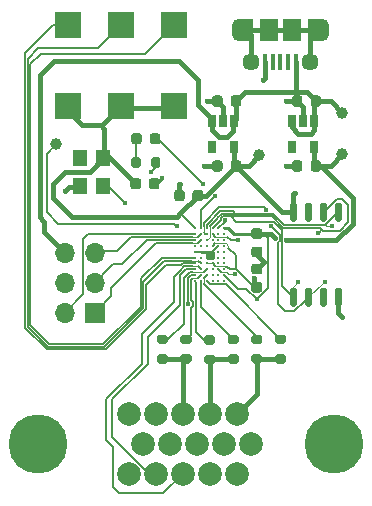
<source format=gbr>
G04 #@! TF.GenerationSoftware,KiCad,Pcbnew,5.1.10-88a1d61d58~88~ubuntu20.04.1*
G04 #@! TF.CreationDate,2021-08-11T17:00:08+02:00*
G04 #@! TF.ProjectId,carrier,63617272-6965-4722-9e6b-696361645f70,0.1*
G04 #@! TF.SameCoordinates,Original*
G04 #@! TF.FileFunction,Copper,L1,Top*
G04 #@! TF.FilePolarity,Positive*
%FSLAX46Y46*%
G04 Gerber Fmt 4.6, Leading zero omitted, Abs format (unit mm)*
G04 Created by KiCad (PCBNEW 5.1.10-88a1d61d58~88~ubuntu20.04.1) date 2021-08-11 17:00:08*
%MOMM*%
%LPD*%
G01*
G04 APERTURE LIST*
G04 #@! TA.AperFunction,ComponentPad*
%ADD10R,1.700000X1.700000*%
G04 #@! TD*
G04 #@! TA.AperFunction,ComponentPad*
%ADD11O,1.700000X1.700000*%
G04 #@! TD*
G04 #@! TA.AperFunction,ComponentPad*
%ADD12C,2.000000*%
G04 #@! TD*
G04 #@! TA.AperFunction,ComponentPad*
%ADD13C,5.000000*%
G04 #@! TD*
G04 #@! TA.AperFunction,SMDPad,CuDef*
%ADD14C,0.270000*%
G04 #@! TD*
G04 #@! TA.AperFunction,SMDPad,CuDef*
%ADD15R,0.650000X1.060000*%
G04 #@! TD*
G04 #@! TA.AperFunction,SMDPad,CuDef*
%ADD16R,1.500000X1.900000*%
G04 #@! TD*
G04 #@! TA.AperFunction,ComponentPad*
%ADD17C,1.450000*%
G04 #@! TD*
G04 #@! TA.AperFunction,SMDPad,CuDef*
%ADD18R,0.400000X1.350000*%
G04 #@! TD*
G04 #@! TA.AperFunction,ComponentPad*
%ADD19O,1.200000X1.900000*%
G04 #@! TD*
G04 #@! TA.AperFunction,SMDPad,CuDef*
%ADD20R,1.200000X1.900000*%
G04 #@! TD*
G04 #@! TA.AperFunction,SMDPad,CuDef*
%ADD21R,2.200000X2.200000*%
G04 #@! TD*
G04 #@! TA.AperFunction,SMDPad,CuDef*
%ADD22R,1.200000X1.400000*%
G04 #@! TD*
G04 #@! TA.AperFunction,SMDPad,CuDef*
%ADD23C,1.000000*%
G04 #@! TD*
G04 #@! TA.AperFunction,ViaPad*
%ADD24C,0.450000*%
G04 #@! TD*
G04 #@! TA.AperFunction,Conductor*
%ADD25C,0.280000*%
G04 #@! TD*
G04 #@! TA.AperFunction,Conductor*
%ADD26C,0.450000*%
G04 #@! TD*
G04 #@! TA.AperFunction,Conductor*
%ADD27C,0.127000*%
G04 #@! TD*
G04 #@! TA.AperFunction,Conductor*
%ADD28C,0.101600*%
G04 #@! TD*
G04 #@! TA.AperFunction,Conductor*
%ADD29C,0.076200*%
G04 #@! TD*
G04 APERTURE END LIST*
D10*
G04 #@! TO.P,J1,1*
G04 #@! TO.N,mprj_io[3]*
X42010000Y-85920000D03*
D11*
G04 #@! TO.P,J1,2*
G04 #@! TO.N,mprj_io[2]*
X39470000Y-85920000D03*
G04 #@! TO.P,J1,3*
G04 #@! TO.N,mprj_io[4]*
X42010000Y-83380000D03*
G04 #@! TO.P,J1,4*
G04 #@! TO.N,GND*
X39470000Y-83380000D03*
G04 #@! TO.P,J1,5*
G04 #@! TO.N,mprj_io[1]*
X42010000Y-80840000D03*
G04 #@! TO.P,J1,6*
G04 #@! TO.N,+5V*
X39470000Y-80840000D03*
G04 #@! TD*
D12*
G04 #@! TO.P,J2,7*
G04 #@! TO.N,GND*
X52911000Y-97000000D03*
G04 #@! TO.P,J2,8*
X50625000Y-97000000D03*
G04 #@! TO.P,J2,6*
X55197000Y-97000000D03*
G04 #@! TO.P,J2,9*
G04 #@! TO.N,Net-(J2-Pad9)*
X48339000Y-97000000D03*
G04 #@! TO.P,J2,10*
G04 #@! TO.N,GND*
X46053000Y-97000000D03*
G04 #@! TO.P,J2,3*
G04 #@! TO.N,/blue*
X49480000Y-94460000D03*
G04 #@! TO.P,J2,5*
G04 #@! TO.N,GND*
X44908000Y-94460000D03*
G04 #@! TO.P,J2,1*
G04 #@! TO.N,/red*
X54052000Y-94460000D03*
G04 #@! TO.P,J2,4*
G04 #@! TO.N,Net-(J2-Pad4)*
X47194000Y-94460000D03*
G04 #@! TO.P,J2,2*
G04 #@! TO.N,/green*
X51766000Y-94460000D03*
G04 #@! TO.P,J2,15*
G04 #@! TO.N,Net-(J2-Pad15)*
X44908000Y-99540000D03*
G04 #@! TO.P,J2,14*
G04 #@! TO.N,mprj_io[12]*
X47194000Y-99540000D03*
G04 #@! TO.P,J2,13*
G04 #@! TO.N,mprj_io[11]*
X49480000Y-99540000D03*
G04 #@! TO.P,J2,12*
G04 #@! TO.N,Net-(J2-Pad12)*
X51766000Y-99540000D03*
G04 #@! TO.P,J2,11*
G04 #@! TO.N,Net-(J2-Pad11)*
X54052000Y-99540000D03*
D13*
G04 #@! TO.P,J2,*
G04 #@! TO.N,*
X37235000Y-97000000D03*
X62225000Y-97000000D03*
G04 #@! TD*
D14*
G04 #@! TO.P,ASIC1,F10*
G04 #@! TO.N,vdda*
X50480000Y-78750000D03*
G04 #@! TO.P,ASIC1,E10*
G04 #@! TO.N,gpio*
X50980000Y-78750000D03*
G04 #@! TO.P,ASIC1,D10*
G04 #@! TO.N,flash_io0*
X51480000Y-78750000D03*
G04 #@! TO.P,ASIC1,C10*
G04 #@! TO.N,flash_csb*
X51980000Y-78750000D03*
G04 #@! TO.P,ASIC1,B10*
G04 #@! TO.N,resetb*
X52480000Y-78750000D03*
G04 #@! TO.P,ASIC1,A10*
G04 #@! TO.N,vccd*
X52980000Y-78750000D03*
G04 #@! TO.P,ASIC1,F9*
G04 #@! TO.N,mprj_io[2]*
X50480000Y-79250000D03*
G04 #@! TO.P,ASIC1,E9*
G04 #@! TO.N,mprj_io[1]*
X50980000Y-79250000D03*
G04 #@! TO.P,ASIC1,D9*
G04 #@! TO.N,flash_io1*
X51480000Y-79250000D03*
G04 #@! TO.P,ASIC1,C9*
G04 #@! TO.N,clock*
X51980000Y-79250000D03*
G04 #@! TO.P,ASIC1,B9*
G04 #@! TO.N,Net-(U1-PadB9)*
X52480000Y-79250000D03*
G04 #@! TO.P,ASIC1,A9*
G04 #@! TO.N,Net-(U1-PadA9)*
X52980000Y-79250000D03*
G04 #@! TO.P,ASIC1,F8*
G04 #@! TO.N,mprj_io[4]*
X50480000Y-79750000D03*
G04 #@! TO.P,ASIC1,E8*
G04 #@! TO.N,mprj_io[3]*
X50980000Y-79750000D03*
G04 #@! TO.P,ASIC1,D8*
G04 #@! TO.N,flash_clk*
X51480000Y-79750000D03*
G04 #@! TO.P,ASIC1,C8*
G04 #@! TO.N,Net-(U1-PadC8)*
X51980000Y-79750000D03*
G04 #@! TO.P,ASIC1,B8*
G04 #@! TO.N,Net-(U1-PadB8)*
X52480000Y-79750000D03*
G04 #@! TO.P,ASIC1,A8*
G04 #@! TO.N,Net-(U1-PadA8)*
X52980000Y-79750000D03*
G04 #@! TO.P,ASIC1,F7*
G04 #@! TO.N,Net-(U1-PadF7)*
X50480000Y-80250000D03*
G04 #@! TO.P,ASIC1,E7*
G04 #@! TO.N,Net-(U1-PadE7)*
X50980000Y-80250000D03*
G04 #@! TO.P,ASIC1,D7*
G04 #@! TO.N,Net-(U1-PadD7)*
X51480000Y-80250000D03*
G04 #@! TO.P,ASIC1,C7*
G04 #@! TO.N,vdda*
X51980000Y-80250000D03*
G04 #@! TO.P,ASIC1,B7*
G04 #@! TO.N,GND*
X52480000Y-80250000D03*
G04 #@! TO.P,ASIC1,A7*
G04 #@! TO.N,Net-(U1-PadA7)*
X52980000Y-80250000D03*
G04 #@! TO.P,ASIC1,F6*
G04 #@! TO.N,GND*
X50480000Y-80750000D03*
G04 #@! TO.P,ASIC1,E6*
X50980000Y-80750000D03*
G04 #@! TO.P,ASIC1,D6*
X51480000Y-80750000D03*
G04 #@! TO.P,ASIC1,C6*
X51980000Y-80750000D03*
G04 #@! TO.P,ASIC1,B6*
G04 #@! TO.N,Net-(U1-PadB6)*
X52480000Y-80750000D03*
G04 #@! TO.P,ASIC1,A6*
G04 #@! TO.N,Net-(U1-PadA6)*
X52980000Y-80750000D03*
G04 #@! TO.P,ASIC1,F5*
G04 #@! TO.N,mprj_io[8]*
X50480000Y-81250000D03*
G04 #@! TO.P,ASIC1,E5*
G04 #@! TO.N,Net-(U1-PadE5)*
X50980000Y-81250000D03*
G04 #@! TO.P,ASIC1,D5*
G04 #@! TO.N,GND*
X51480000Y-81250000D03*
G04 #@! TO.P,ASIC1,C5*
X51980000Y-81250000D03*
G04 #@! TO.P,ASIC1,B5*
G04 #@! TO.N,Net-(U1-PadB5)*
X52480000Y-81250000D03*
G04 #@! TO.P,ASIC1,A5*
G04 #@! TO.N,Net-(U1-PadA5)*
X52980000Y-81250000D03*
G04 #@! TO.P,ASIC1,F4*
G04 #@! TO.N,mprj_io[10]*
X50480000Y-81750000D03*
G04 #@! TO.P,ASIC1,E4*
G04 #@! TO.N,mprj_io[9]*
X50980000Y-81750000D03*
G04 #@! TO.P,ASIC1,D4*
G04 #@! TO.N,vdda*
X51480000Y-81750000D03*
G04 #@! TO.P,ASIC1,C4*
X51980000Y-81750000D03*
G04 #@! TO.P,ASIC1,B4*
G04 #@! TO.N,Net-(U1-PadB4)*
X52480000Y-81750000D03*
G04 #@! TO.P,ASIC1,A4*
G04 #@! TO.N,Net-(U1-PadA4)*
X52980000Y-81750000D03*
G04 #@! TO.P,ASIC1,F3*
G04 #@! TO.N,mprj_io[12]*
X50480000Y-82250000D03*
G04 #@! TO.P,ASIC1,E3*
G04 #@! TO.N,mprj_io[11]*
X50980000Y-82250000D03*
G04 #@! TO.P,ASIC1,D3*
G04 #@! TO.N,mprj_io[13]*
X51480000Y-82250000D03*
G04 #@! TO.P,ASIC1,C3*
G04 #@! TO.N,Net-(U1-PadC3)*
X51980000Y-82250000D03*
G04 #@! TO.P,ASIC1,B3*
G04 #@! TO.N,GND*
X52480000Y-82250000D03*
G04 #@! TO.P,ASIC1,A3*
G04 #@! TO.N,Net-(U1-PadA3)*
X52980000Y-82250000D03*
G04 #@! TO.P,ASIC1,F2*
G04 #@! TO.N,vccd*
X50480000Y-82750000D03*
G04 #@! TO.P,ASIC1,E2*
G04 #@! TO.N,mprj_io[14]*
X50980000Y-82750000D03*
G04 #@! TO.P,ASIC1,D2*
G04 #@! TO.N,mprj_io[17]*
X51480000Y-82750000D03*
G04 #@! TO.P,ASIC1,C2*
G04 #@! TO.N,Net-(U1-PadC2)*
X51980000Y-82750000D03*
G04 #@! TO.P,ASIC1,B2*
G04 #@! TO.N,Net-(U1-PadB2)*
X52480000Y-82750000D03*
G04 #@! TO.P,ASIC1,A2*
G04 #@! TO.N,vccd*
X52980000Y-82750000D03*
G04 #@! TO.P,ASIC1,F1*
G04 #@! TO.N,mprj_io[15]*
X50480000Y-83250000D03*
G04 #@! TO.P,ASIC1,E1*
G04 #@! TO.N,mprj_io[16]*
X50980000Y-83250000D03*
G04 #@! TO.P,ASIC1,D1*
G04 #@! TO.N,mprj_io[18]*
X51480000Y-83250000D03*
G04 #@! TO.P,ASIC1,C1*
G04 #@! TO.N,Net-(U1-PadC1)*
X51980000Y-83250000D03*
G04 #@! TO.P,ASIC1,B1*
G04 #@! TO.N,Net-(U1-PadB1)*
X52480000Y-83250000D03*
G04 #@! TO.P,ASIC1,A1*
G04 #@! TO.N,Net-(U1-PadA1)*
X52980000Y-83250000D03*
G04 #@! TD*
G04 #@! TO.P,U2,8*
G04 #@! TO.N,vdda*
G04 #@! TA.AperFunction,SMDPad,CuDef*
G36*
G01*
X58975000Y-78200000D02*
X58675000Y-78200000D01*
G75*
G02*
X58525000Y-78050000I0J150000D01*
G01*
X58525000Y-76750000D01*
G75*
G02*
X58675000Y-76600000I150000J0D01*
G01*
X58975000Y-76600000D01*
G75*
G02*
X59125000Y-76750000I0J-150000D01*
G01*
X59125000Y-78050000D01*
G75*
G02*
X58975000Y-78200000I-150000J0D01*
G01*
G37*
G04 #@! TD.AperFunction*
G04 #@! TO.P,U2,7*
G04 #@! TO.N,Net-(U2-Pad7)*
G04 #@! TA.AperFunction,SMDPad,CuDef*
G36*
G01*
X60245000Y-78200000D02*
X59945000Y-78200000D01*
G75*
G02*
X59795000Y-78050000I0J150000D01*
G01*
X59795000Y-76750000D01*
G75*
G02*
X59945000Y-76600000I150000J0D01*
G01*
X60245000Y-76600000D01*
G75*
G02*
X60395000Y-76750000I0J-150000D01*
G01*
X60395000Y-78050000D01*
G75*
G02*
X60245000Y-78200000I-150000J0D01*
G01*
G37*
G04 #@! TD.AperFunction*
G04 #@! TO.P,U2,6*
G04 #@! TO.N,flash_clk*
G04 #@! TA.AperFunction,SMDPad,CuDef*
G36*
G01*
X61515000Y-78200000D02*
X61215000Y-78200000D01*
G75*
G02*
X61065000Y-78050000I0J150000D01*
G01*
X61065000Y-76750000D01*
G75*
G02*
X61215000Y-76600000I150000J0D01*
G01*
X61515000Y-76600000D01*
G75*
G02*
X61665000Y-76750000I0J-150000D01*
G01*
X61665000Y-78050000D01*
G75*
G02*
X61515000Y-78200000I-150000J0D01*
G01*
G37*
G04 #@! TD.AperFunction*
G04 #@! TO.P,U2,5*
G04 #@! TO.N,flash_io0*
G04 #@! TA.AperFunction,SMDPad,CuDef*
G36*
G01*
X62785000Y-78200000D02*
X62485000Y-78200000D01*
G75*
G02*
X62335000Y-78050000I0J150000D01*
G01*
X62335000Y-76750000D01*
G75*
G02*
X62485000Y-76600000I150000J0D01*
G01*
X62785000Y-76600000D01*
G75*
G02*
X62935000Y-76750000I0J-150000D01*
G01*
X62935000Y-78050000D01*
G75*
G02*
X62785000Y-78200000I-150000J0D01*
G01*
G37*
G04 #@! TD.AperFunction*
G04 #@! TO.P,U2,4*
G04 #@! TO.N,GND*
G04 #@! TA.AperFunction,SMDPad,CuDef*
G36*
G01*
X62785000Y-85400000D02*
X62485000Y-85400000D01*
G75*
G02*
X62335000Y-85250000I0J150000D01*
G01*
X62335000Y-83950000D01*
G75*
G02*
X62485000Y-83800000I150000J0D01*
G01*
X62785000Y-83800000D01*
G75*
G02*
X62935000Y-83950000I0J-150000D01*
G01*
X62935000Y-85250000D01*
G75*
G02*
X62785000Y-85400000I-150000J0D01*
G01*
G37*
G04 #@! TD.AperFunction*
G04 #@! TO.P,U2,3*
G04 #@! TO.N,Net-(U2-Pad3)*
G04 #@! TA.AperFunction,SMDPad,CuDef*
G36*
G01*
X61515000Y-85400000D02*
X61215000Y-85400000D01*
G75*
G02*
X61065000Y-85250000I0J150000D01*
G01*
X61065000Y-83950000D01*
G75*
G02*
X61215000Y-83800000I150000J0D01*
G01*
X61515000Y-83800000D01*
G75*
G02*
X61665000Y-83950000I0J-150000D01*
G01*
X61665000Y-85250000D01*
G75*
G02*
X61515000Y-85400000I-150000J0D01*
G01*
G37*
G04 #@! TD.AperFunction*
G04 #@! TO.P,U2,2*
G04 #@! TO.N,flash_io1*
G04 #@! TA.AperFunction,SMDPad,CuDef*
G36*
G01*
X60245000Y-85400000D02*
X59945000Y-85400000D01*
G75*
G02*
X59795000Y-85250000I0J150000D01*
G01*
X59795000Y-83950000D01*
G75*
G02*
X59945000Y-83800000I150000J0D01*
G01*
X60245000Y-83800000D01*
G75*
G02*
X60395000Y-83950000I0J-150000D01*
G01*
X60395000Y-85250000D01*
G75*
G02*
X60245000Y-85400000I-150000J0D01*
G01*
G37*
G04 #@! TD.AperFunction*
G04 #@! TO.P,U2,1*
G04 #@! TO.N,flash_csb*
G04 #@! TA.AperFunction,SMDPad,CuDef*
G36*
G01*
X58975000Y-85400000D02*
X58675000Y-85400000D01*
G75*
G02*
X58525000Y-85250000I0J150000D01*
G01*
X58525000Y-83950000D01*
G75*
G02*
X58675000Y-83800000I150000J0D01*
G01*
X58975000Y-83800000D01*
G75*
G02*
X59125000Y-83950000I0J-150000D01*
G01*
X59125000Y-85250000D01*
G75*
G02*
X58975000Y-85400000I-150000J0D01*
G01*
G37*
G04 #@! TD.AperFunction*
G04 #@! TD*
D15*
G04 #@! TO.P,U6,5*
G04 #@! TO.N,vdda*
X53830000Y-71850000D03*
G04 #@! TO.P,U6,4*
G04 #@! TO.N,Net-(U6-Pad4)*
X51930000Y-71850000D03*
G04 #@! TO.P,U6,3*
G04 #@! TO.N,+5V*
X51930000Y-69650000D03*
G04 #@! TO.P,U6,2*
G04 #@! TO.N,GND*
X52880000Y-69650000D03*
G04 #@! TO.P,U6,1*
G04 #@! TO.N,+5V*
X53830000Y-69650000D03*
G04 #@! TD*
G04 #@! TO.P,U5,5*
G04 #@! TO.N,vccd*
X60580000Y-71850000D03*
G04 #@! TO.P,U5,4*
G04 #@! TO.N,Net-(U5-Pad4)*
X58680000Y-71850000D03*
G04 #@! TO.P,U5,3*
G04 #@! TO.N,+5V*
X58680000Y-69650000D03*
G04 #@! TO.P,U5,2*
G04 #@! TO.N,GND*
X59630000Y-69650000D03*
G04 #@! TO.P,U5,1*
G04 #@! TO.N,+5V*
X60580000Y-69650000D03*
G04 #@! TD*
G04 #@! TO.P,C7,2*
G04 #@! TO.N,GND*
G04 #@! TA.AperFunction,SMDPad,CuDef*
G36*
G01*
X52830000Y-73243750D02*
X52830000Y-73756250D01*
G75*
G02*
X52611250Y-73975000I-218750J0D01*
G01*
X52173750Y-73975000D01*
G75*
G02*
X51955000Y-73756250I0J218750D01*
G01*
X51955000Y-73243750D01*
G75*
G02*
X52173750Y-73025000I218750J0D01*
G01*
X52611250Y-73025000D01*
G75*
G02*
X52830000Y-73243750I0J-218750D01*
G01*
G37*
G04 #@! TD.AperFunction*
G04 #@! TO.P,C7,1*
G04 #@! TO.N,vdda*
G04 #@! TA.AperFunction,SMDPad,CuDef*
G36*
G01*
X54405000Y-73243750D02*
X54405000Y-73756250D01*
G75*
G02*
X54186250Y-73975000I-218750J0D01*
G01*
X53748750Y-73975000D01*
G75*
G02*
X53530000Y-73756250I0J218750D01*
G01*
X53530000Y-73243750D01*
G75*
G02*
X53748750Y-73025000I218750J0D01*
G01*
X54186250Y-73025000D01*
G75*
G02*
X54405000Y-73243750I0J-218750D01*
G01*
G37*
G04 #@! TD.AperFunction*
G04 #@! TD*
G04 #@! TO.P,C5,2*
G04 #@! TO.N,GND*
G04 #@! TA.AperFunction,SMDPad,CuDef*
G36*
G01*
X52830000Y-67743750D02*
X52830000Y-68256250D01*
G75*
G02*
X52611250Y-68475000I-218750J0D01*
G01*
X52173750Y-68475000D01*
G75*
G02*
X51955000Y-68256250I0J218750D01*
G01*
X51955000Y-67743750D01*
G75*
G02*
X52173750Y-67525000I218750J0D01*
G01*
X52611250Y-67525000D01*
G75*
G02*
X52830000Y-67743750I0J-218750D01*
G01*
G37*
G04 #@! TD.AperFunction*
G04 #@! TO.P,C5,1*
G04 #@! TO.N,+5V*
G04 #@! TA.AperFunction,SMDPad,CuDef*
G36*
G01*
X54405000Y-67743750D02*
X54405000Y-68256250D01*
G75*
G02*
X54186250Y-68475000I-218750J0D01*
G01*
X53748750Y-68475000D01*
G75*
G02*
X53530000Y-68256250I0J218750D01*
G01*
X53530000Y-67743750D01*
G75*
G02*
X53748750Y-67525000I218750J0D01*
G01*
X54186250Y-67525000D01*
G75*
G02*
X54405000Y-67743750I0J-218750D01*
G01*
G37*
G04 #@! TD.AperFunction*
G04 #@! TD*
G04 #@! TO.P,C3,2*
G04 #@! TO.N,GND*
G04 #@! TA.AperFunction,SMDPad,CuDef*
G36*
G01*
X59580000Y-73243750D02*
X59580000Y-73756250D01*
G75*
G02*
X59361250Y-73975000I-218750J0D01*
G01*
X58923750Y-73975000D01*
G75*
G02*
X58705000Y-73756250I0J218750D01*
G01*
X58705000Y-73243750D01*
G75*
G02*
X58923750Y-73025000I218750J0D01*
G01*
X59361250Y-73025000D01*
G75*
G02*
X59580000Y-73243750I0J-218750D01*
G01*
G37*
G04 #@! TD.AperFunction*
G04 #@! TO.P,C3,1*
G04 #@! TO.N,vccd*
G04 #@! TA.AperFunction,SMDPad,CuDef*
G36*
G01*
X61155000Y-73243750D02*
X61155000Y-73756250D01*
G75*
G02*
X60936250Y-73975000I-218750J0D01*
G01*
X60498750Y-73975000D01*
G75*
G02*
X60280000Y-73756250I0J218750D01*
G01*
X60280000Y-73243750D01*
G75*
G02*
X60498750Y-73025000I218750J0D01*
G01*
X60936250Y-73025000D01*
G75*
G02*
X61155000Y-73243750I0J-218750D01*
G01*
G37*
G04 #@! TD.AperFunction*
G04 #@! TD*
G04 #@! TO.P,C1,2*
G04 #@! TO.N,GND*
G04 #@! TA.AperFunction,SMDPad,CuDef*
G36*
G01*
X59580000Y-67743750D02*
X59580000Y-68256250D01*
G75*
G02*
X59361250Y-68475000I-218750J0D01*
G01*
X58923750Y-68475000D01*
G75*
G02*
X58705000Y-68256250I0J218750D01*
G01*
X58705000Y-67743750D01*
G75*
G02*
X58923750Y-67525000I218750J0D01*
G01*
X59361250Y-67525000D01*
G75*
G02*
X59580000Y-67743750I0J-218750D01*
G01*
G37*
G04 #@! TD.AperFunction*
G04 #@! TO.P,C1,1*
G04 #@! TO.N,+5V*
G04 #@! TA.AperFunction,SMDPad,CuDef*
G36*
G01*
X61155000Y-67743750D02*
X61155000Y-68256250D01*
G75*
G02*
X60936250Y-68475000I-218750J0D01*
G01*
X60498750Y-68475000D01*
G75*
G02*
X60280000Y-68256250I0J218750D01*
G01*
X60280000Y-67743750D01*
G75*
G02*
X60498750Y-67525000I218750J0D01*
G01*
X60936250Y-67525000D01*
G75*
G02*
X61155000Y-67743750I0J-218750D01*
G01*
G37*
G04 #@! TD.AperFunction*
G04 #@! TD*
G04 #@! TO.P,C9,2*
G04 #@! TO.N,GND*
G04 #@! TA.AperFunction,SMDPad,CuDef*
G36*
G01*
X55980000Y-82675000D02*
X55480000Y-82675000D01*
G75*
G02*
X55255000Y-82450000I0J225000D01*
G01*
X55255000Y-82000000D01*
G75*
G02*
X55480000Y-81775000I225000J0D01*
G01*
X55980000Y-81775000D01*
G75*
G02*
X56205000Y-82000000I0J-225000D01*
G01*
X56205000Y-82450000D01*
G75*
G02*
X55980000Y-82675000I-225000J0D01*
G01*
G37*
G04 #@! TD.AperFunction*
G04 #@! TO.P,C9,1*
G04 #@! TO.N,vdda*
G04 #@! TA.AperFunction,SMDPad,CuDef*
G36*
G01*
X55980000Y-84225000D02*
X55480000Y-84225000D01*
G75*
G02*
X55255000Y-84000000I0J225000D01*
G01*
X55255000Y-83550000D01*
G75*
G02*
X55480000Y-83325000I225000J0D01*
G01*
X55980000Y-83325000D01*
G75*
G02*
X56205000Y-83550000I0J-225000D01*
G01*
X56205000Y-84000000D01*
G75*
G02*
X55980000Y-84225000I-225000J0D01*
G01*
G37*
G04 #@! TD.AperFunction*
G04 #@! TD*
G04 #@! TO.P,C10,1*
G04 #@! TO.N,vdda*
G04 #@! TA.AperFunction,SMDPad,CuDef*
G36*
G01*
X51180000Y-75750000D02*
X51180000Y-76250000D01*
G75*
G02*
X50955000Y-76475000I-225000J0D01*
G01*
X50505000Y-76475000D01*
G75*
G02*
X50280000Y-76250000I0J225000D01*
G01*
X50280000Y-75750000D01*
G75*
G02*
X50505000Y-75525000I225000J0D01*
G01*
X50955000Y-75525000D01*
G75*
G02*
X51180000Y-75750000I0J-225000D01*
G01*
G37*
G04 #@! TD.AperFunction*
G04 #@! TO.P,C10,2*
G04 #@! TO.N,GND*
G04 #@! TA.AperFunction,SMDPad,CuDef*
G36*
G01*
X49630000Y-75750000D02*
X49630000Y-76250000D01*
G75*
G02*
X49405000Y-76475000I-225000J0D01*
G01*
X48955000Y-76475000D01*
G75*
G02*
X48730000Y-76250000I0J225000D01*
G01*
X48730000Y-75750000D01*
G75*
G02*
X48955000Y-75525000I225000J0D01*
G01*
X49405000Y-75525000D01*
G75*
G02*
X49630000Y-75750000I0J-225000D01*
G01*
G37*
G04 #@! TD.AperFunction*
G04 #@! TD*
G04 #@! TO.P,C11,2*
G04 #@! TO.N,GND*
G04 #@! TA.AperFunction,SMDPad,CuDef*
G36*
G01*
X55480000Y-80325000D02*
X55980000Y-80325000D01*
G75*
G02*
X56205000Y-80550000I0J-225000D01*
G01*
X56205000Y-81000000D01*
G75*
G02*
X55980000Y-81225000I-225000J0D01*
G01*
X55480000Y-81225000D01*
G75*
G02*
X55255000Y-81000000I0J225000D01*
G01*
X55255000Y-80550000D01*
G75*
G02*
X55480000Y-80325000I225000J0D01*
G01*
G37*
G04 #@! TD.AperFunction*
G04 #@! TO.P,C11,1*
G04 #@! TO.N,vccd*
G04 #@! TA.AperFunction,SMDPad,CuDef*
G36*
G01*
X55480000Y-78775000D02*
X55980000Y-78775000D01*
G75*
G02*
X56205000Y-79000000I0J-225000D01*
G01*
X56205000Y-79450000D01*
G75*
G02*
X55980000Y-79675000I-225000J0D01*
G01*
X55480000Y-79675000D01*
G75*
G02*
X55255000Y-79450000I0J225000D01*
G01*
X55255000Y-79000000D01*
G75*
G02*
X55480000Y-78775000I225000J0D01*
G01*
G37*
G04 #@! TD.AperFunction*
G04 #@! TD*
G04 #@! TO.P,C16,1*
G04 #@! TO.N,vdda*
G04 #@! TA.AperFunction,SMDPad,CuDef*
G36*
G01*
X45030000Y-75250000D02*
X45030000Y-74750000D01*
G75*
G02*
X45255000Y-74525000I225000J0D01*
G01*
X45705000Y-74525000D01*
G75*
G02*
X45930000Y-74750000I0J-225000D01*
G01*
X45930000Y-75250000D01*
G75*
G02*
X45705000Y-75475000I-225000J0D01*
G01*
X45255000Y-75475000D01*
G75*
G02*
X45030000Y-75250000I0J225000D01*
G01*
G37*
G04 #@! TD.AperFunction*
G04 #@! TO.P,C16,2*
G04 #@! TO.N,GND*
G04 #@! TA.AperFunction,SMDPad,CuDef*
G36*
G01*
X46580000Y-75250000D02*
X46580000Y-74750000D01*
G75*
G02*
X46805000Y-74525000I225000J0D01*
G01*
X47255000Y-74525000D01*
G75*
G02*
X47480000Y-74750000I0J-225000D01*
G01*
X47480000Y-75250000D01*
G75*
G02*
X47255000Y-75475000I-225000J0D01*
G01*
X46805000Y-75475000D01*
G75*
G02*
X46580000Y-75250000I0J225000D01*
G01*
G37*
G04 #@! TD.AperFunction*
G04 #@! TD*
G04 #@! TO.P,R1,2*
G04 #@! TO.N,mprj_io[18]*
G04 #@! TA.AperFunction,SMDPad,CuDef*
G36*
G01*
X58005000Y-88575000D02*
X57455000Y-88575000D01*
G75*
G02*
X57255000Y-88375000I0J200000D01*
G01*
X57255000Y-87975000D01*
G75*
G02*
X57455000Y-87775000I200000J0D01*
G01*
X58005000Y-87775000D01*
G75*
G02*
X58205000Y-87975000I0J-200000D01*
G01*
X58205000Y-88375000D01*
G75*
G02*
X58005000Y-88575000I-200000J0D01*
G01*
G37*
G04 #@! TD.AperFunction*
G04 #@! TO.P,R1,1*
G04 #@! TO.N,/red*
G04 #@! TA.AperFunction,SMDPad,CuDef*
G36*
G01*
X58005000Y-90225000D02*
X57455000Y-90225000D01*
G75*
G02*
X57255000Y-90025000I0J200000D01*
G01*
X57255000Y-89625000D01*
G75*
G02*
X57455000Y-89425000I200000J0D01*
G01*
X58005000Y-89425000D01*
G75*
G02*
X58205000Y-89625000I0J-200000D01*
G01*
X58205000Y-90025000D01*
G75*
G02*
X58005000Y-90225000I-200000J0D01*
G01*
G37*
G04 #@! TD.AperFunction*
G04 #@! TD*
G04 #@! TO.P,R2,1*
G04 #@! TO.N,/red*
G04 #@! TA.AperFunction,SMDPad,CuDef*
G36*
G01*
X56005000Y-90225000D02*
X55455000Y-90225000D01*
G75*
G02*
X55255000Y-90025000I0J200000D01*
G01*
X55255000Y-89625000D01*
G75*
G02*
X55455000Y-89425000I200000J0D01*
G01*
X56005000Y-89425000D01*
G75*
G02*
X56205000Y-89625000I0J-200000D01*
G01*
X56205000Y-90025000D01*
G75*
G02*
X56005000Y-90225000I-200000J0D01*
G01*
G37*
G04 #@! TD.AperFunction*
G04 #@! TO.P,R2,2*
G04 #@! TO.N,mprj_io[17]*
G04 #@! TA.AperFunction,SMDPad,CuDef*
G36*
G01*
X56005000Y-88575000D02*
X55455000Y-88575000D01*
G75*
G02*
X55255000Y-88375000I0J200000D01*
G01*
X55255000Y-87975000D01*
G75*
G02*
X55455000Y-87775000I200000J0D01*
G01*
X56005000Y-87775000D01*
G75*
G02*
X56205000Y-87975000I0J-200000D01*
G01*
X56205000Y-88375000D01*
G75*
G02*
X56005000Y-88575000I-200000J0D01*
G01*
G37*
G04 #@! TD.AperFunction*
G04 #@! TD*
G04 #@! TO.P,R3,2*
G04 #@! TO.N,mprj_io[16]*
G04 #@! TA.AperFunction,SMDPad,CuDef*
G36*
G01*
X54005000Y-88575000D02*
X53455000Y-88575000D01*
G75*
G02*
X53255000Y-88375000I0J200000D01*
G01*
X53255000Y-87975000D01*
G75*
G02*
X53455000Y-87775000I200000J0D01*
G01*
X54005000Y-87775000D01*
G75*
G02*
X54205000Y-87975000I0J-200000D01*
G01*
X54205000Y-88375000D01*
G75*
G02*
X54005000Y-88575000I-200000J0D01*
G01*
G37*
G04 #@! TD.AperFunction*
G04 #@! TO.P,R3,1*
G04 #@! TO.N,/green*
G04 #@! TA.AperFunction,SMDPad,CuDef*
G36*
G01*
X54005000Y-90225000D02*
X53455000Y-90225000D01*
G75*
G02*
X53255000Y-90025000I0J200000D01*
G01*
X53255000Y-89625000D01*
G75*
G02*
X53455000Y-89425000I200000J0D01*
G01*
X54005000Y-89425000D01*
G75*
G02*
X54205000Y-89625000I0J-200000D01*
G01*
X54205000Y-90025000D01*
G75*
G02*
X54005000Y-90225000I-200000J0D01*
G01*
G37*
G04 #@! TD.AperFunction*
G04 #@! TD*
G04 #@! TO.P,R4,1*
G04 #@! TO.N,/green*
G04 #@! TA.AperFunction,SMDPad,CuDef*
G36*
G01*
X52005000Y-90280001D02*
X51455000Y-90280001D01*
G75*
G02*
X51255000Y-90080001I0J200000D01*
G01*
X51255000Y-89680001D01*
G75*
G02*
X51455000Y-89480001I200000J0D01*
G01*
X52005000Y-89480001D01*
G75*
G02*
X52205000Y-89680001I0J-200000D01*
G01*
X52205000Y-90080001D01*
G75*
G02*
X52005000Y-90280001I-200000J0D01*
G01*
G37*
G04 #@! TD.AperFunction*
G04 #@! TO.P,R4,2*
G04 #@! TO.N,mprj_io[15]*
G04 #@! TA.AperFunction,SMDPad,CuDef*
G36*
G01*
X52005000Y-88630001D02*
X51455000Y-88630001D01*
G75*
G02*
X51255000Y-88430001I0J200000D01*
G01*
X51255000Y-88030001D01*
G75*
G02*
X51455000Y-87830001I200000J0D01*
G01*
X52005000Y-87830001D01*
G75*
G02*
X52205000Y-88030001I0J-200000D01*
G01*
X52205000Y-88430001D01*
G75*
G02*
X52005000Y-88630001I-200000J0D01*
G01*
G37*
G04 #@! TD.AperFunction*
G04 #@! TD*
G04 #@! TO.P,R5,2*
G04 #@! TO.N,mprj_io[14]*
G04 #@! TA.AperFunction,SMDPad,CuDef*
G36*
G01*
X50005000Y-88575000D02*
X49455000Y-88575000D01*
G75*
G02*
X49255000Y-88375000I0J200000D01*
G01*
X49255000Y-87975000D01*
G75*
G02*
X49455000Y-87775000I200000J0D01*
G01*
X50005000Y-87775000D01*
G75*
G02*
X50205000Y-87975000I0J-200000D01*
G01*
X50205000Y-88375000D01*
G75*
G02*
X50005000Y-88575000I-200000J0D01*
G01*
G37*
G04 #@! TD.AperFunction*
G04 #@! TO.P,R5,1*
G04 #@! TO.N,/blue*
G04 #@! TA.AperFunction,SMDPad,CuDef*
G36*
G01*
X50005000Y-90225000D02*
X49455000Y-90225000D01*
G75*
G02*
X49255000Y-90025000I0J200000D01*
G01*
X49255000Y-89625000D01*
G75*
G02*
X49455000Y-89425000I200000J0D01*
G01*
X50005000Y-89425000D01*
G75*
G02*
X50205000Y-89625000I0J-200000D01*
G01*
X50205000Y-90025000D01*
G75*
G02*
X50005000Y-90225000I-200000J0D01*
G01*
G37*
G04 #@! TD.AperFunction*
G04 #@! TD*
G04 #@! TO.P,R6,1*
G04 #@! TO.N,/blue*
G04 #@! TA.AperFunction,SMDPad,CuDef*
G36*
G01*
X48005000Y-90225000D02*
X47455000Y-90225000D01*
G75*
G02*
X47255000Y-90025000I0J200000D01*
G01*
X47255000Y-89625000D01*
G75*
G02*
X47455000Y-89425000I200000J0D01*
G01*
X48005000Y-89425000D01*
G75*
G02*
X48205000Y-89625000I0J-200000D01*
G01*
X48205000Y-90025000D01*
G75*
G02*
X48005000Y-90225000I-200000J0D01*
G01*
G37*
G04 #@! TD.AperFunction*
G04 #@! TO.P,R6,2*
G04 #@! TO.N,mprj_io[13]*
G04 #@! TA.AperFunction,SMDPad,CuDef*
G36*
G01*
X48005000Y-88575000D02*
X47455000Y-88575000D01*
G75*
G02*
X47255000Y-88375000I0J200000D01*
G01*
X47255000Y-87975000D01*
G75*
G02*
X47455000Y-87775000I200000J0D01*
G01*
X48005000Y-87775000D01*
G75*
G02*
X48205000Y-87975000I0J-200000D01*
G01*
X48205000Y-88375000D01*
G75*
G02*
X48005000Y-88575000I-200000J0D01*
G01*
G37*
G04 #@! TD.AperFunction*
G04 #@! TD*
D16*
G04 #@! TO.P,J3,6*
G04 #@! TO.N,Net-(J3-Pad6)*
X56730000Y-62000000D03*
D17*
X60230000Y-64700000D03*
D18*
G04 #@! TO.P,J3,2*
G04 #@! TO.N,Net-(J3-Pad2)*
X58380000Y-64700000D03*
G04 #@! TO.P,J3,1*
G04 #@! TO.N,+5V*
X59030000Y-64700000D03*
G04 #@! TO.P,J3,5*
G04 #@! TO.N,GND*
X56430000Y-64700000D03*
G04 #@! TO.P,J3,4*
G04 #@! TO.N,Net-(J3-Pad4)*
X57080000Y-64700000D03*
G04 #@! TO.P,J3,3*
G04 #@! TO.N,Net-(J3-Pad3)*
X57730000Y-64700000D03*
D17*
G04 #@! TO.P,J3,6*
G04 #@! TO.N,Net-(J3-Pad6)*
X55230000Y-64700000D03*
D16*
X58730000Y-62000000D03*
D19*
X61230000Y-62000000D03*
X54230000Y-62000000D03*
D20*
X54830000Y-62000000D03*
X60630000Y-62000000D03*
G04 #@! TD*
G04 #@! TO.P,D1,1*
G04 #@! TO.N,Net-(D1-Pad1)*
G04 #@! TA.AperFunction,SMDPad,CuDef*
G36*
G01*
X45105000Y-71456250D02*
X45105000Y-70943750D01*
G75*
G02*
X45323750Y-70725000I218750J0D01*
G01*
X45761250Y-70725000D01*
G75*
G02*
X45980000Y-70943750I0J-218750D01*
G01*
X45980000Y-71456250D01*
G75*
G02*
X45761250Y-71675000I-218750J0D01*
G01*
X45323750Y-71675000D01*
G75*
G02*
X45105000Y-71456250I0J218750D01*
G01*
G37*
G04 #@! TD.AperFunction*
G04 #@! TO.P,D1,2*
G04 #@! TO.N,gpio*
G04 #@! TA.AperFunction,SMDPad,CuDef*
G36*
G01*
X46680000Y-71456250D02*
X46680000Y-70943750D01*
G75*
G02*
X46898750Y-70725000I218750J0D01*
G01*
X47336250Y-70725000D01*
G75*
G02*
X47555000Y-70943750I0J-218750D01*
G01*
X47555000Y-71456250D01*
G75*
G02*
X47336250Y-71675000I-218750J0D01*
G01*
X46898750Y-71675000D01*
G75*
G02*
X46680000Y-71456250I0J218750D01*
G01*
G37*
G04 #@! TD.AperFunction*
G04 #@! TD*
G04 #@! TO.P,R7,1*
G04 #@! TO.N,Net-(D1-Pad1)*
G04 #@! TA.AperFunction,SMDPad,CuDef*
G36*
G01*
X45105000Y-73475000D02*
X45105000Y-72925000D01*
G75*
G02*
X45305000Y-72725000I200000J0D01*
G01*
X45705000Y-72725000D01*
G75*
G02*
X45905000Y-72925000I0J-200000D01*
G01*
X45905000Y-73475000D01*
G75*
G02*
X45705000Y-73675000I-200000J0D01*
G01*
X45305000Y-73675000D01*
G75*
G02*
X45105000Y-73475000I0J200000D01*
G01*
G37*
G04 #@! TD.AperFunction*
G04 #@! TO.P,R7,2*
G04 #@! TO.N,GND*
G04 #@! TA.AperFunction,SMDPad,CuDef*
G36*
G01*
X46755000Y-73475000D02*
X46755000Y-72925000D01*
G75*
G02*
X46955000Y-72725000I200000J0D01*
G01*
X47355000Y-72725000D01*
G75*
G02*
X47555000Y-72925000I0J-200000D01*
G01*
X47555000Y-73475000D01*
G75*
G02*
X47355000Y-73675000I-200000J0D01*
G01*
X46955000Y-73675000D01*
G75*
G02*
X46755000Y-73475000I0J200000D01*
G01*
G37*
G04 #@! TD.AperFunction*
G04 #@! TD*
D21*
G04 #@! TO.P,SW1,1*
G04 #@! TO.N,mprj_io[8]*
X48730000Y-61550000D03*
G04 #@! TO.P,SW1,2*
G04 #@! TO.N,vdda*
X48730000Y-68450000D03*
G04 #@! TD*
G04 #@! TO.P,SW2,2*
G04 #@! TO.N,vdda*
X44230000Y-68450000D03*
G04 #@! TO.P,SW2,1*
G04 #@! TO.N,mprj_io[9]*
X44230000Y-61550000D03*
G04 #@! TD*
G04 #@! TO.P,SW3,1*
G04 #@! TO.N,mprj_io[10]*
X39730000Y-61550000D03*
G04 #@! TO.P,SW3,2*
G04 #@! TO.N,vdda*
X39730000Y-68450000D03*
G04 #@! TD*
D22*
G04 #@! TO.P,X1,1*
G04 #@! TO.N,Net-(X1-Pad1)*
X40780000Y-72800000D03*
G04 #@! TO.P,X1,2*
G04 #@! TO.N,GND*
X40780000Y-75200000D03*
G04 #@! TO.P,X1,3*
G04 #@! TO.N,clock*
X42680000Y-75200000D03*
G04 #@! TO.P,X1,4*
G04 #@! TO.N,vdda*
X42680000Y-72800000D03*
G04 #@! TD*
D23*
G04 #@! TO.P,TP1,1*
G04 #@! TO.N,resetb*
X38750000Y-71630000D03*
G04 #@! TD*
G04 #@! TO.P,TP9,1*
G04 #@! TO.N,vccd*
X62980000Y-72500000D03*
G04 #@! TD*
G04 #@! TO.P,TP10,1*
G04 #@! TO.N,+5V*
X62980000Y-69000000D03*
G04 #@! TD*
G04 #@! TO.P,TP11,1*
G04 #@! TO.N,vdda*
X55930000Y-72600000D03*
G04 #@! TD*
D24*
G04 #@! TO.N,GND*
X51730000Y-81000000D03*
X62980000Y-86250000D03*
X51230000Y-73500000D03*
X49230000Y-75000000D03*
X51480000Y-68000000D03*
X58230000Y-73500000D03*
X58230000Y-68000000D03*
X56230000Y-66250000D03*
X56330004Y-81600000D03*
X53872111Y-82657889D03*
X46730000Y-74000000D03*
X47730000Y-74500000D03*
X39510000Y-75600000D03*
G04 #@! TO.N,vccd*
X49930000Y-85200000D03*
X55730000Y-84800000D03*
X58229998Y-79800000D03*
X57297378Y-79604807D03*
G04 #@! TO.N,vdda*
X58930000Y-75800000D03*
X55530000Y-83000000D03*
G04 #@! TO.N,flash_io0*
X62130000Y-78600000D03*
G04 #@! TO.N,flash_csb*
X59230000Y-83300000D03*
G04 #@! TO.N,resetb*
X48930000Y-78600000D03*
X53030000Y-78100000D03*
G04 #@! TO.N,flash_io1*
X56930000Y-78600000D03*
X56529998Y-77200000D03*
X61530000Y-83300000D03*
G04 #@! TO.N,clock*
X54130000Y-79800000D03*
X44530000Y-76600000D03*
G04 #@! TO.N,flash_clk*
X60930000Y-79200000D03*
G04 #@! TO.N,gpio*
X51130000Y-75000000D03*
X52230000Y-76000000D03*
G04 #@! TD*
D25*
G04 #@! TO.N,GND*
X51480000Y-81250000D02*
X51480000Y-80750000D01*
X51980000Y-80750000D02*
X51980000Y-81250000D01*
X51980000Y-80750000D02*
X51480000Y-80750000D01*
X51480000Y-81250000D02*
X51730000Y-81000000D01*
X51730000Y-81000000D02*
X51980000Y-80750000D01*
X50980000Y-80750000D02*
X51480000Y-80750000D01*
D26*
X62635000Y-85905000D02*
X62980000Y-86250000D01*
X62635000Y-84600000D02*
X62635000Y-85905000D01*
X52392500Y-73500000D02*
X51230000Y-73500000D01*
X49180000Y-75050000D02*
X49230000Y-75000000D01*
X49180000Y-76000000D02*
X49180000Y-75050000D01*
X52392500Y-68000000D02*
X51480000Y-68000000D01*
X59142500Y-73500000D02*
X58230000Y-73500000D01*
X59142500Y-68000000D02*
X58230000Y-68000000D01*
X52880000Y-69650000D02*
X52880000Y-68487492D01*
X52880000Y-68487492D02*
X52392508Y-68000000D01*
X59630000Y-69650000D02*
X59630000Y-68487500D01*
X59630000Y-68487500D02*
X59142506Y-68000006D01*
X56430000Y-66050000D02*
X56230000Y-66250000D01*
X56430000Y-64700000D02*
X56430000Y-66050000D01*
D27*
X50480000Y-80750000D02*
X50980000Y-80750000D01*
D26*
X55730000Y-80775000D02*
X55730000Y-80999996D01*
X55730000Y-80999996D02*
X56330004Y-81600000D01*
X56330004Y-81624996D02*
X55730000Y-82225000D01*
X56330004Y-81600000D02*
X56330004Y-81624996D01*
D27*
X52480000Y-82250000D02*
X52729301Y-82499301D01*
X51680000Y-81050000D02*
X51680000Y-81250000D01*
D25*
X51680000Y-81250000D02*
X51980000Y-81250000D01*
X51480000Y-81250000D02*
X51680000Y-81250000D01*
D27*
X47155000Y-73575000D02*
X46730000Y-74000000D01*
X47155000Y-73200000D02*
X47155000Y-73575000D01*
D25*
X47230000Y-75000000D02*
X47730000Y-74500000D01*
X47030000Y-75000000D02*
X47230000Y-75000000D01*
D28*
X53872111Y-82657889D02*
X53317889Y-82657889D01*
X53170000Y-82510000D02*
X53127762Y-82510000D01*
X53317889Y-82657889D02*
X53170000Y-82510000D01*
D29*
X53117063Y-82499301D02*
X53127762Y-82510000D01*
X52729301Y-82499301D02*
X53117063Y-82499301D01*
D26*
X40630000Y-75270000D02*
X39840000Y-75270000D01*
X39840000Y-75270000D02*
X39510000Y-75600000D01*
D27*
X52480000Y-80250000D02*
X51680000Y-81050000D01*
D26*
G04 #@! TO.N,+5V*
X59941290Y-67223790D02*
X60717500Y-68000000D01*
X53967500Y-68000000D02*
X54743710Y-67223790D01*
X59030000Y-67050000D02*
X59203790Y-67223790D01*
X59203790Y-67223790D02*
X59941290Y-67223790D01*
X59030000Y-64700000D02*
X59030000Y-67050000D01*
X54743710Y-67223790D02*
X59203790Y-67223790D01*
X60580000Y-68137500D02*
X60717500Y-68000000D01*
X60580000Y-69650000D02*
X60580000Y-68137500D01*
X53730000Y-69750000D02*
X53830000Y-69650000D01*
X53203799Y-71054979D02*
X53730000Y-70528778D01*
X53730000Y-70528778D02*
X53730000Y-69750000D01*
X52534979Y-71054979D02*
X53203799Y-71054979D01*
X51930000Y-70450000D02*
X52534979Y-71054979D01*
X51930000Y-69650000D02*
X51930000Y-70450000D01*
X60282838Y-70750000D02*
X60580000Y-70452838D01*
X60580000Y-70452838D02*
X60580000Y-69650000D01*
X59209039Y-70750000D02*
X60282838Y-70750000D01*
X58680000Y-70220961D02*
X59209039Y-70750000D01*
X58680000Y-69650000D02*
X58680000Y-70220961D01*
X53967500Y-69512500D02*
X53830000Y-69650000D01*
X53967500Y-68000000D02*
X53967500Y-69512500D01*
X37330000Y-65800000D02*
X37330000Y-77800000D01*
X49130000Y-64600000D02*
X38530000Y-64600000D01*
X37330000Y-77800000D02*
X37730000Y-78200000D01*
X50730000Y-66200000D02*
X49130000Y-64600000D01*
X50730000Y-68359071D02*
X50730000Y-66200000D01*
X38530000Y-64600000D02*
X37330000Y-65800000D01*
X51930000Y-69559071D02*
X50730000Y-68359071D01*
X51930000Y-70450000D02*
X51930000Y-69559071D01*
X37730000Y-79100000D02*
X39470000Y-80840000D01*
X37730000Y-78200000D02*
X37730000Y-79100000D01*
X61980000Y-68000000D02*
X62980000Y-69000000D01*
X60717500Y-68000000D02*
X61980000Y-68000000D01*
G04 #@! TO.N,vccd*
X60580000Y-73362500D02*
X60717500Y-73500000D01*
X60580000Y-71850000D02*
X60580000Y-73362500D01*
X55755000Y-79250000D02*
X55730000Y-79225000D01*
D27*
X50480000Y-82750000D02*
X50180000Y-82750000D01*
X49926790Y-83146862D02*
X49926790Y-83715828D01*
X49930000Y-83000000D02*
X49930000Y-83143652D01*
X49930000Y-83143652D02*
X49926790Y-83146862D01*
X50180000Y-82750000D02*
X49930000Y-83000000D01*
X49926790Y-83715828D02*
X49926790Y-85196790D01*
X49926790Y-85196790D02*
X49930000Y-85200000D01*
D26*
X55730000Y-79225000D02*
X56355000Y-79225000D01*
D27*
X56694706Y-83835294D02*
X56694706Y-79564706D01*
X56694706Y-79564706D02*
X56355000Y-79225000D01*
X55730000Y-84800000D02*
X56694706Y-83835294D01*
X54800000Y-83870000D02*
X55730000Y-84800000D01*
X54100000Y-83870000D02*
X54800000Y-83870000D01*
X52980000Y-82750000D02*
X54100000Y-83870000D01*
D25*
X53755000Y-79225000D02*
X55730000Y-79225000D01*
X53280000Y-78750000D02*
X53755000Y-79225000D01*
X52980000Y-78750000D02*
X53280000Y-78750000D01*
D26*
X61980000Y-73500000D02*
X62980000Y-72500000D01*
X60717500Y-73500000D02*
X61980000Y-73500000D01*
X56355000Y-79225000D02*
X56917571Y-79225000D01*
X62445779Y-79800000D02*
X58229998Y-79800000D01*
X56917571Y-79225000D02*
X57297378Y-79604807D01*
X63844711Y-78401068D02*
X62445779Y-79800000D01*
X60717500Y-73500000D02*
X61155000Y-73500000D01*
X61155000Y-73500000D02*
X63844711Y-76189711D01*
X63844711Y-76189711D02*
X63844711Y-78401068D01*
G04 #@! TO.N,vdda*
X42830000Y-70325000D02*
X42505000Y-70000000D01*
X42830000Y-72730000D02*
X42830000Y-70325000D01*
X53830000Y-73362500D02*
X53967500Y-73500000D01*
X53830000Y-71850000D02*
X53830000Y-73362500D01*
X51467500Y-76000000D02*
X53967500Y-73500000D01*
X50730000Y-76000000D02*
X51467500Y-76000000D01*
X57867500Y-77400000D02*
X53967500Y-73500000D01*
X58825000Y-77400000D02*
X57867500Y-77400000D01*
X50730000Y-76000000D02*
X49230000Y-77500000D01*
D27*
X50480000Y-78750000D02*
X49230000Y-77500000D01*
X51980000Y-81750000D02*
X52230000Y-82000000D01*
X55505000Y-83775000D02*
X55730000Y-83775000D01*
D26*
X58825000Y-75905000D02*
X58930000Y-75800000D01*
X58825000Y-77400000D02*
X58825000Y-75905000D01*
X55530000Y-83575000D02*
X55730000Y-83775000D01*
X55530000Y-83000000D02*
X55530000Y-83575000D01*
D28*
X51480000Y-81750000D02*
X51980000Y-81750000D01*
D26*
X40930002Y-70000000D02*
X39555001Y-68624999D01*
X42505000Y-70000000D02*
X40930002Y-70000000D01*
X42630000Y-70000000D02*
X44005001Y-68624999D01*
X42505000Y-70000000D02*
X42630000Y-70000000D01*
X44005001Y-68624999D02*
X48455001Y-68624999D01*
X43210000Y-72730000D02*
X45480000Y-75000000D01*
X42830000Y-72730000D02*
X43210000Y-72730000D01*
D27*
X53930000Y-82200000D02*
X55505000Y-83775000D01*
D29*
X53140000Y-82000000D02*
X53160000Y-82020000D01*
X52230000Y-82000000D02*
X53140000Y-82000000D01*
D27*
X53930000Y-82200000D02*
X53420000Y-82200000D01*
X53420000Y-82200000D02*
X53240000Y-82020000D01*
X53160000Y-82020000D02*
X53240000Y-82020000D01*
D26*
X39481222Y-73970000D02*
X41590000Y-73970000D01*
X41590000Y-73970000D02*
X42830000Y-72730000D01*
X38453799Y-76213799D02*
X38453799Y-74997423D01*
X40040000Y-77800000D02*
X38453799Y-76213799D01*
X48930000Y-77800000D02*
X40040000Y-77800000D01*
X38453799Y-74997423D02*
X39481222Y-73970000D01*
X49230000Y-77500000D02*
X48930000Y-77800000D01*
D29*
X53330000Y-80231034D02*
X53330000Y-80400699D01*
X53099665Y-80000699D02*
X53330000Y-80231034D01*
X52830000Y-80000699D02*
X53099665Y-80000699D01*
X52829301Y-80000000D02*
X52830000Y-80000699D01*
X52230000Y-80000000D02*
X52829301Y-80000000D01*
D27*
X51980000Y-80250000D02*
X52230000Y-80000000D01*
X53330699Y-80400699D02*
X53330000Y-80400699D01*
X53930000Y-81000000D02*
X53330699Y-80400699D01*
X53930000Y-82200000D02*
X53930000Y-81000000D01*
D26*
X55030000Y-73500000D02*
X55930000Y-72600000D01*
X53967500Y-73500000D02*
X55030000Y-73500000D01*
D27*
G04 #@! TO.N,flash_io0*
X61535000Y-78500000D02*
X62635000Y-77400000D01*
D28*
X61635000Y-78600000D02*
X61535000Y-78500000D01*
X62130000Y-78600000D02*
X61635000Y-78600000D01*
D27*
X53673403Y-77328877D02*
X53891315Y-77546789D01*
X51480000Y-78470000D02*
X52621123Y-77328877D01*
X58017383Y-78500000D02*
X61535000Y-78500000D01*
X57082085Y-77564702D02*
X58017383Y-78500000D01*
X52621123Y-77328877D02*
X53673403Y-77328877D01*
X53891315Y-77546789D02*
X56137027Y-77546789D01*
X56137027Y-77546789D02*
X56154940Y-77564702D01*
X56154940Y-77564702D02*
X57082085Y-77564702D01*
X51480000Y-78750000D02*
X51480000Y-78470000D01*
G04 #@! TO.N,flash_csb*
X57145827Y-78203209D02*
X57865296Y-78922678D01*
X53972969Y-78203209D02*
X57145827Y-78203209D01*
X57865296Y-78922678D02*
X57865296Y-83640296D01*
X53505059Y-77735299D02*
X53972969Y-78203209D01*
X52665298Y-77924942D02*
X52854942Y-77735298D01*
X57865296Y-83640296D02*
X58825000Y-84600000D01*
X52665298Y-78064702D02*
X52665298Y-77924942D01*
X51980000Y-78750000D02*
X52665298Y-78064702D01*
X52854942Y-77735298D02*
X53505059Y-77735299D01*
D28*
X58825000Y-83705000D02*
X59230000Y-83300000D01*
X58825000Y-84600000D02*
X58825000Y-83705000D01*
D27*
G04 #@! TO.N,resetb*
X37930000Y-72450000D02*
X38750000Y-71630000D01*
X37930000Y-77400000D02*
X37930000Y-72450000D01*
X38905001Y-78375001D02*
X37930000Y-77400000D01*
X48705001Y-78375001D02*
X38905001Y-78375001D01*
X48930000Y-78600000D02*
X48705001Y-78375001D01*
X53030000Y-78200000D02*
X53030000Y-78100000D01*
X52480000Y-78750000D02*
X53030000Y-78200000D01*
G04 #@! TO.N,mprj_io[2]*
X50480000Y-79250000D02*
X41433538Y-79250000D01*
X41020299Y-84369701D02*
X39470000Y-85920000D01*
X41020299Y-79663239D02*
X41020299Y-84369701D01*
X41433538Y-79250000D02*
X41020299Y-79663239D01*
G04 #@! TO.N,mprj_io[1]*
X50980000Y-79250000D02*
X50730000Y-79500000D01*
D28*
X50280000Y-79500000D02*
X50360000Y-79500000D01*
D29*
X50730000Y-79500000D02*
X50360000Y-79500000D01*
D27*
X45090000Y-79500000D02*
X50360000Y-79500000D01*
X42160000Y-80690000D02*
X43900000Y-80690000D01*
X43900000Y-80690000D02*
X45090000Y-79500000D01*
X42010000Y-80840000D02*
X42160000Y-80690000D01*
D29*
G04 #@! TO.N,flash_io1*
X51230699Y-79100699D02*
X51230699Y-78569301D01*
D27*
X51380000Y-79250000D02*
X51230699Y-79100699D01*
D29*
X51480000Y-79250000D02*
X51380000Y-79250000D01*
D27*
X51230699Y-78569301D02*
X51230699Y-78299301D01*
X52554999Y-76975001D02*
X56304999Y-76975001D01*
X56304999Y-76975001D02*
X56529998Y-77200000D01*
X51230699Y-78299301D02*
X52554999Y-76975001D01*
X59795000Y-84900000D02*
X60095000Y-84600000D01*
X57662088Y-79807672D02*
X57530000Y-79939760D01*
X57530000Y-85200000D02*
X58130000Y-85800000D01*
X57530000Y-79939760D02*
X57530000Y-85200000D01*
X58130000Y-85800000D02*
X58895000Y-85800000D01*
X57662088Y-79332088D02*
X57662088Y-79807672D01*
X58895000Y-85800000D02*
X59795000Y-84900000D01*
X56930000Y-78600000D02*
X57662088Y-79332088D01*
D28*
X60095000Y-84600000D02*
X61395000Y-83300000D01*
X61395000Y-83300000D02*
X61530000Y-83300000D01*
D29*
G04 #@! TO.N,clock*
X52229301Y-79499301D02*
X53229301Y-79499301D01*
D27*
X51980000Y-79250000D02*
X52229301Y-79499301D01*
X53229301Y-79499301D02*
X53530000Y-79800000D01*
X53530000Y-79800000D02*
X54130000Y-79800000D01*
X43200000Y-75270000D02*
X42830000Y-75270000D01*
X44530000Y-76600000D02*
X43200000Y-75270000D01*
G04 #@! TO.N,mprj_io[4]*
X50132196Y-79750000D02*
X46400000Y-79750000D01*
X46400000Y-79750000D02*
X44350000Y-81800000D01*
X50140616Y-79758420D02*
X50132196Y-79750000D01*
X50471580Y-79758420D02*
X50140616Y-79758420D01*
X50480000Y-79750000D02*
X50471580Y-79758420D01*
X42010000Y-83380000D02*
X43240000Y-82150000D01*
X43590000Y-81800000D02*
X43240000Y-82150000D01*
X44350000Y-81800000D02*
X43590000Y-81800000D01*
G04 #@! TO.N,mprj_io[3]*
X50980000Y-79750000D02*
X50730699Y-79999301D01*
D29*
X50730699Y-79999301D02*
X50329301Y-79999301D01*
D27*
X43400000Y-84530000D02*
X42010000Y-85920000D01*
X43400000Y-83830000D02*
X43400000Y-84530000D01*
X47230000Y-80000000D02*
X43400000Y-83830000D01*
X49730000Y-80000000D02*
X47230000Y-80000000D01*
X49730699Y-79999301D02*
X49730000Y-80000000D01*
X50329301Y-79999301D02*
X49730699Y-79999301D01*
D29*
G04 #@! TO.N,flash_clk*
X51480000Y-79750000D02*
X51730000Y-79500000D01*
X51730000Y-79500000D02*
X51730000Y-78631034D01*
D28*
X52361034Y-78000000D02*
X52340000Y-78000000D01*
X51730000Y-78610000D02*
X51730000Y-78631034D01*
D27*
X51730000Y-78590000D02*
X51730000Y-78610000D01*
X52320000Y-78000000D02*
X51730000Y-78590000D01*
X52340000Y-78000000D02*
X52320000Y-78000000D01*
D28*
X61080000Y-79050000D02*
X61080000Y-78750000D01*
X60930000Y-79200000D02*
X61080000Y-79050000D01*
D27*
X61080000Y-78750000D02*
X61294701Y-78964701D01*
X61294701Y-78964701D02*
X62765299Y-78964701D01*
X63480000Y-78250000D02*
X63480000Y-76767643D01*
X63480000Y-76767643D02*
X62962357Y-76250000D01*
X62962357Y-76250000D02*
X62515000Y-76250000D01*
X62515000Y-76250000D02*
X61665000Y-77100000D01*
X62765299Y-78964701D02*
X63480000Y-78250000D01*
X61665000Y-77100000D02*
X61365000Y-77400000D01*
X52770771Y-77532088D02*
X53589231Y-77532088D01*
X53807143Y-77750000D02*
X56052855Y-77750000D01*
X53589231Y-77532088D02*
X53807143Y-77750000D01*
X52361034Y-78000000D02*
X52361034Y-77941825D01*
X56997913Y-77767913D02*
X57980000Y-78750000D01*
X56070768Y-77767913D02*
X56997913Y-77767913D01*
X52361034Y-77941825D02*
X52770771Y-77532088D01*
X56052855Y-77750000D02*
X56070768Y-77767913D01*
X57980000Y-78750000D02*
X61080000Y-78750000D01*
G04 #@! TO.N,mprj_io[8]*
X36530000Y-87000000D02*
X36530000Y-64900000D01*
X38123578Y-88593578D02*
X36530000Y-87000000D01*
X46280000Y-64000000D02*
X48730000Y-61550000D01*
X36530000Y-64900000D02*
X37430000Y-64000000D01*
X42736422Y-88593578D02*
X38123578Y-88593578D01*
X45930000Y-85400000D02*
X42736422Y-88593578D01*
X45930000Y-83000000D02*
X45930000Y-85400000D01*
X47680000Y-81250000D02*
X45930000Y-83000000D01*
X37430000Y-64000000D02*
X46280000Y-64000000D01*
X50480000Y-81250000D02*
X47680000Y-81250000D01*
G04 #@! TO.N,mprj_io[10]*
X37929999Y-89000000D02*
X36123578Y-87193579D01*
X42930000Y-89000000D02*
X37929999Y-89000000D01*
X46336422Y-85593578D02*
X42930000Y-89000000D01*
X46336422Y-83593578D02*
X46336422Y-85593578D01*
X36123578Y-63929422D02*
X38503000Y-61550000D01*
X36123578Y-87193579D02*
X36123578Y-63929422D01*
X48030000Y-81900000D02*
X46336422Y-83593578D01*
X49467371Y-81750000D02*
X49317371Y-81900000D01*
X38503000Y-61550000D02*
X39730000Y-61550000D01*
X49317371Y-81900000D02*
X48030000Y-81900000D01*
X50480000Y-81750000D02*
X49467371Y-81750000D01*
G04 #@! TO.N,mprj_io[9]*
X50980000Y-81750000D02*
X50730699Y-81500699D01*
D28*
X50280000Y-81500000D02*
X50360000Y-81500000D01*
D29*
X50280699Y-81500699D02*
X50280000Y-81500000D01*
X50730699Y-81500699D02*
X50280699Y-81500699D01*
D27*
X50260000Y-81520000D02*
X50280000Y-81500000D01*
X47903692Y-81520000D02*
X50260000Y-81520000D01*
X46133211Y-85484172D02*
X46133211Y-83290481D01*
X42820594Y-88796789D02*
X46133211Y-85484172D01*
X38014171Y-88796789D02*
X42820594Y-88796789D01*
X36326789Y-87109407D02*
X38014171Y-88796789D01*
X36326789Y-64403211D02*
X36326789Y-87109407D01*
X46133211Y-83290481D02*
X47903692Y-81520000D01*
X37230000Y-63500000D02*
X36326789Y-64403211D01*
X42280000Y-63500000D02*
X37230000Y-63500000D01*
X44230000Y-61550000D02*
X42280000Y-63500000D01*
G04 #@! TO.N,mprj_io[12]*
X43480000Y-96425242D02*
X46594758Y-99540000D01*
X46480000Y-90250000D02*
X43480000Y-93250000D01*
X49230000Y-85234788D02*
X46480000Y-87984788D01*
X49230000Y-82750000D02*
X49230000Y-85234788D01*
X49730000Y-82250000D02*
X49230000Y-82750000D01*
X46594758Y-99540000D02*
X47194000Y-99540000D01*
X50480000Y-82250000D02*
X49730000Y-82250000D01*
X43480000Y-93250000D02*
X43480000Y-96425242D01*
X46480000Y-87984788D02*
X46480000Y-90250000D01*
G04 #@! TO.N,mprj_io[11]*
X50980000Y-82250000D02*
X50730000Y-82000000D01*
D29*
X50730000Y-82000000D02*
X50350000Y-82000000D01*
D27*
X49230000Y-82360000D02*
X49590000Y-82000000D01*
X44100176Y-101200000D02*
X43565088Y-100664912D01*
X43565088Y-100664912D02*
X43565088Y-97316401D01*
X43565088Y-97316401D02*
X42980000Y-96731313D01*
X49480000Y-99540000D02*
X47820000Y-101200000D01*
X47820000Y-101200000D02*
X44100176Y-101200000D01*
X48730000Y-82875000D02*
X49230000Y-82375000D01*
X49590000Y-82000000D02*
X50350000Y-82000000D01*
X42980000Y-96731313D02*
X42980000Y-93250000D01*
X42980000Y-93250000D02*
X45980000Y-90250000D01*
X45980000Y-90250000D02*
X45980000Y-87757890D01*
X45980000Y-87757890D02*
X48730000Y-85007890D01*
X48730000Y-85007890D02*
X48730000Y-82875000D01*
X49230000Y-82375000D02*
X49230000Y-82360000D01*
G04 #@! TO.N,mprj_io[13]*
X51230699Y-82499301D02*
X51480000Y-82250000D01*
X47730000Y-88175000D02*
X48205000Y-88175000D01*
X48205000Y-88175000D02*
X49530000Y-86850000D01*
X49526789Y-83003211D02*
X49530000Y-83000000D01*
X49530000Y-86850000D02*
X49530000Y-84487383D01*
X49530000Y-84487383D02*
X49526789Y-84484172D01*
X49526789Y-84484172D02*
X49526789Y-83003211D01*
D29*
X50310699Y-82499301D02*
X51230699Y-82499301D01*
D27*
X49526789Y-83003211D02*
X49556789Y-83003211D01*
X50060699Y-82499301D02*
X50310699Y-82499301D01*
X49556789Y-83003211D02*
X50060699Y-82499301D01*
D29*
G04 #@! TO.N,mprj_io[14]*
X50729301Y-83000699D02*
X50360335Y-83000699D01*
D27*
X50980000Y-82750000D02*
X50729301Y-83000699D01*
D28*
X50130000Y-87775000D02*
X49730000Y-88175000D01*
D27*
X50130000Y-83180000D02*
X50309301Y-83000699D01*
X50309301Y-83000699D02*
X50360335Y-83000699D01*
X50294702Y-85024942D02*
X50130000Y-84860240D01*
X50294702Y-85375058D02*
X50294702Y-85024942D01*
X50130000Y-85539760D02*
X50294702Y-85375058D01*
X50130000Y-84860240D02*
X50130000Y-83180000D01*
X50130000Y-87775000D02*
X50130000Y-85539760D01*
G04 #@! TO.N,mprj_io[17]*
X51480000Y-82750000D02*
X51230699Y-82999301D01*
X55730000Y-88000000D02*
X55730000Y-88175000D01*
X51230699Y-83500699D02*
X55730000Y-88000000D01*
D28*
X51230699Y-83500699D02*
X51230699Y-83339301D01*
D29*
X51230699Y-82999301D02*
X51230699Y-83339301D01*
D27*
X51230699Y-83500699D02*
X51230699Y-83407257D01*
G04 #@! TO.N,mprj_io[15]*
X50480000Y-83250000D02*
X50614999Y-83384999D01*
X51255000Y-88230001D02*
X51730000Y-88230001D01*
X50614999Y-83384999D02*
X50614999Y-87590000D01*
X50614999Y-87590000D02*
X51255000Y-88230001D01*
G04 #@! TO.N,mprj_io[16]*
X50980000Y-85425000D02*
X53730000Y-88175000D01*
X50980000Y-83250000D02*
X50980000Y-85425000D01*
G04 #@! TO.N,mprj_io[18]*
X53079701Y-83524701D02*
X57730000Y-88175000D01*
X51754701Y-83524701D02*
X53079701Y-83524701D01*
X51480000Y-83250000D02*
X51754701Y-83524701D01*
D26*
G04 #@! TO.N,/red*
X55730000Y-89825000D02*
X57730000Y-89825000D01*
X55730000Y-92782000D02*
X54052000Y-94460000D01*
X55730000Y-89825000D02*
X55730000Y-92782000D01*
G04 #@! TO.N,/green*
X53674999Y-89880001D02*
X53730000Y-89825000D01*
X51730000Y-89880001D02*
X53674999Y-89880001D01*
X51766000Y-89916001D02*
X51730000Y-89880001D01*
X51766000Y-94460000D02*
X51766000Y-89916001D01*
G04 #@! TO.N,/blue*
X47730000Y-89825000D02*
X49730000Y-89825000D01*
X49480000Y-90075000D02*
X49730000Y-89825000D01*
X49480000Y-94460000D02*
X49480000Y-90075000D01*
G04 #@! TO.N,Net-(J3-Pad6)*
X55230000Y-62400000D02*
X54830000Y-62000000D01*
X55230000Y-64700000D02*
X55230000Y-62400000D01*
X60230000Y-62400000D02*
X60630000Y-62000000D01*
X60230000Y-64700000D02*
X60230000Y-62400000D01*
X56730000Y-62000000D02*
X54830000Y-62000000D01*
X56730000Y-62000000D02*
X58730000Y-62000000D01*
X58730000Y-62000000D02*
X60630000Y-62000000D01*
D27*
G04 #@! TO.N,Net-(D1-Pad1)*
X45505000Y-71237500D02*
X45542500Y-71200000D01*
X45505000Y-73200000D02*
X45505000Y-71237500D01*
G04 #@! TO.N,gpio*
X47330000Y-71200000D02*
X47117500Y-71200000D01*
X51130000Y-75000000D02*
X47330000Y-71200000D01*
X50980000Y-77250000D02*
X52230000Y-76000000D01*
X50980000Y-78750000D02*
X50980000Y-77250000D01*
G04 #@! TD*
M02*

</source>
